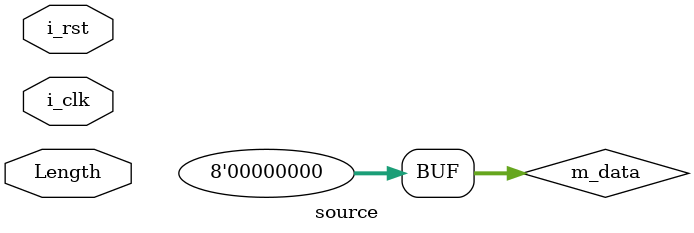
<source format=sv>
`timescale 1ns / 1ps

module source#(
 parameter int G_MAX_DATA  = 10,
 parameter int G_CNT_WIDTH = $ceil($clog2(G_MAX_DATA + 1)),
 parameter     G_BYT       = 1,
 parameter     W           = 8*G_BYT)
 (
    input i_rst,
    input i_clk,
    
    if_axis.m m_axis,
        
    input logic [G_CNT_WIDTH - 1 : 0] Length //for input length of data
    );
    
    logic [G_CNT_WIDTH - 1 : 0] Length_buff = '0;
    
    localparam int C_MAX_IDLE = 20;
    localparam int C_MAX_PSE = 10;
    
    localparam int C_IDLE = $ceil($clog2(C_MAX_IDLE + 1));
    localparam int C_PSE = $ceil($clog2(C_MAX_PSE + 1));
    
    
    logic [G_CNT_WIDTH - 1 : 0] q_data_cnt = '0;
    logic [C_PSE - 1 : 0] q_pse_cnt = '0; 
    logic [C_IDLE - 1 : 0] q_idle_cnt = '0;
    logic [W - 1 : 0] m_data = '0;
    logic m_valid;

	typedef enum {
      S0 = 0,  // Ready
      S1 = 1,  // Header    
      S2 = 2,  // Length    
      S3 = 3,  // Payload   
      S4 = 4,  // CRC_PAUSE 
      S5 = 5,  // CRC_DATA      
      S6 = 6   // Idle      
    } signals;
    
    signals signal = S0;
    
    initial begin
      m_axis.tvalid = '0;
      m_axis.tdata = '0;
      m_axis.tlast = '0;
    end
	
	
	always_ff @(posedge i_clk) begin
	if (i_rst) 
	   signal <= S0;
	else
       case (signal)
         S0:
            begin 
                signal = (m_axis.tready) ? S1 : S0; 
                m_axis.tvalid <= '0;
                q_data_cnt <=  1; 
                q_pse_cnt  <= '0;
                q_idle_cnt <= '0;
            end
         S1: 
            begin
                signal <= (m_axis.tvalid && m_axis.tready) ? S2 : S1;
                if (Length_buff == 0)
                    Length_buff <= Length;
                
                m_axis.tvalid <= !(m_axis.tvalid && m_axis.tready);
                m_axis.tdata  <= 72;
            end
         S2: 
            begin
                signal <= (m_axis.tvalid && m_axis.tready) ? S3 : S2;
                m_axis.tvalid <= !(m_axis.tvalid && m_axis.tready);
                m_axis.tdata  <= Length_buff;
                
                if (m_axis.tvalid && m_axis.tready) begin
                    m_axis.tdata <= q_data_cnt; 
                    q_data_cnt <= q_data_cnt + 1;end
                    
            end
         S3:
            begin
                signal  <= ((q_data_cnt == Length_buff + 1) && (m_axis.tvalid && m_axis.tready)) ? S4: S3; 
                m_axis.tvalid <= !((q_data_cnt == Length_buff + 1) && (m_axis.tvalid && m_axis.tready)); 
                
                if (m_axis.tvalid && m_axis.tready) begin
                    q_data_cnt <= q_data_cnt + 1;
                    m_axis.tdata <= q_data_cnt; end 
            end
         S4: 
            begin signal <= S5;
             end 
         S5: 
            begin signal = (m_axis.tvalid && m_axis.tready) ? S6 : S5;
                  m_axis.tlast <= '1;
                  m_axis.tvalid <= !(m_axis.tvalid && m_axis.tready);
                  m_axis.tdata  <= m_data;
            end
         S6: 
            begin 
                  signal = (C_MAX_IDLE - 1 == q_idle_cnt) ? S0 : S6; 
                  m_axis.tlast <= '0;
                  q_idle_cnt <= (q_idle_cnt == C_MAX_IDLE - 1) ? '0 : (q_idle_cnt + 1);
    
              if (m_data == m_axis.tdata)
                       Length_buff = Length;
            end
            
         default: signal <= S0;
       
      endcase;
    end 


    crc #(
		.POLY_WIDTH (W   ), // Size of The Polynomial Vector
		.WORD_WIDTH (W   ), // Size of The Input Words Vector
		.WORD_COUNT (0   ), // Number of Words To Calculate CRC, 0 - Always Calculate CRC On Every Input Word
		.POLYNOMIAL ('hD5), // Polynomial Bit Vector
		.INIT_VALUE ('1  ), // Initial Value
		.CRC_REF_IN ('0  ), // Beginning and Direction of Calculations: 0 - Starting With MSB-First; 1 - Starting With LSB-First
		.CRC_REFOUT ('0  ), // Determines Whether The Inverted Order of The Bits of The Register at The Entrance to The Xor Element
		.BYTES_RVRS ('0  ), // Input Word Byte Reverse
		.XOR_VECTOR ('0  ), // CRC Final Xor Vector
		.NUM_STAGES (2   )  // Number of Register Stages, Equivalent Latency in Module. Minimum is 1, Maximum is 3.
	) CRC (
		.i_crc_a_clk_p (i_clk  ), // Rising Edge Clock
		.i_crc_s_rst_p (m_axis.tvalid && m_axis.tready && signal == S5), // Sync Reset, Active High. Reset CRC To Initial Value.
		.i_crc_ini_vld ('0     ), // Input Initial Valid
		.i_crc_ini_dat ('0     ), // Input Initial Value
		.i_crc_wrd_vld ((m_axis.tvalid && m_axis.tready && signal != S0 && signal != S1) /*|| (s_valid && s_ready && signal == S2)*/), // Word Data Valid Flag 
      .o_crc_wrd_rdy (       ), // Ready To Recieve Word Data
		.i_crc_wrd_dat (m_axis.tdata ), // Word Data
		.o_crc_res_vld (m_valid), // Output Flag of Validity, Active High for Each WORD_COUNT Number
		.o_crc_res_dat (m_data )  // Output CRC from Each Input Word
	);
	 
     
	
endmodule

</source>
